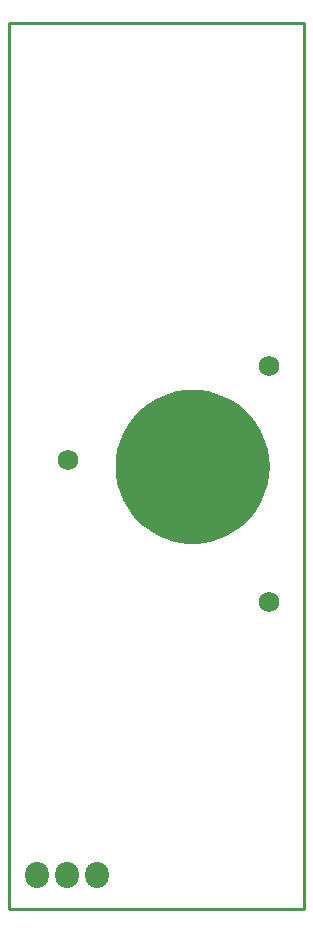
<source format=gts>
%FSDAX23Y23*%
%MOIN*%
%SFA1B1*%

%IPPOS*%
%ADD10C,0.256000*%
%ADD11C,0.010000*%
%ADD12C,0.068000*%
%ADD13O,0.079000X0.087000*%
%LNelectrodo-1*%
%LPD*%
G54D10*
X02589Y02776D02*
D01*
X02588Y02784*
X02587Y02793*
X02586Y02802*
X02584Y02811*
X02581Y02819*
X02577Y02828*
X02574Y02836*
X02569Y02843*
X02564Y02851*
X02559Y02858*
X02553Y02864*
X02546Y02871*
X02539Y02876*
X02532Y02882*
X02525Y02886*
X02517Y02891*
X02508Y02894*
X02500Y02897*
X02491Y02900*
X02483Y02902*
X02474Y02903*
X02465Y02903*
X02456*
X02447Y02903*
X02438Y02902*
X02430Y02900*
X02421Y02897*
X02413Y02894*
X02404Y02891*
X02397Y02886*
X02389Y02882*
X02382Y02876*
X02375Y02871*
X02368Y02864*
X02362Y02858*
X02357Y02851*
X02352Y02843*
X02347Y02836*
X02344Y02828*
X02340Y02819*
X02337Y02811*
X02335Y02802*
X02334Y02793*
X02333Y02784*
X02333Y02776*
X02333Y02767*
X02334Y02758*
X02335Y02749*
X02337Y02740*
X02340Y02732*
X02344Y02723*
X02347Y02715*
X02352Y02708*
X02357Y02700*
X02362Y02693*
X02368Y02687*
X02375Y02680*
X02382Y02675*
X02389Y02669*
X02397Y02665*
X02404Y02660*
X02413Y02657*
X02421Y02654*
X02430Y02651*
X02438Y02649*
X02447Y02648*
X02456Y02648*
X02465*
X02474Y02648*
X02483Y02649*
X02491Y02651*
X02500Y02654*
X02508Y02657*
X02517Y02660*
X02525Y02665*
X02532Y02669*
X02539Y02675*
X02546Y02680*
X02553Y02687*
X02559Y02693*
X02564Y02700*
X02569Y02708*
X02574Y02715*
X02577Y02723*
X02581Y02732*
X02584Y02740*
X02586Y02749*
X02587Y02758*
X02588Y02767*
X02589Y02776*
G54D11*
X01850Y01299D02*
X02835D01*
Y04252*
X01850D02*
X02835D01*
X01850Y01299D02*
Y04252D01*
G54D12*
X02717Y02323D03*
Y03110D03*
X02047Y02795D03*
G54D13*
X01945Y01413D03*
X02145D03*
X01945D03*
X02045D03*
M02*
</source>
